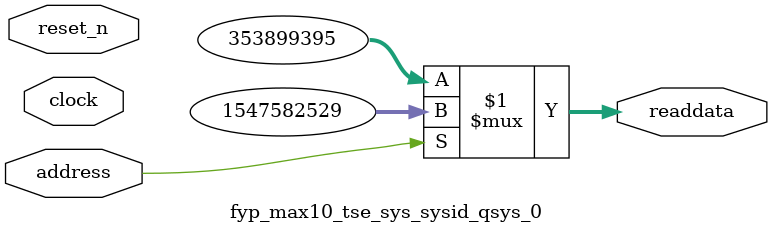
<source format=v>



// synthesis translate_off
`timescale 1ns / 1ps
// synthesis translate_on

// turn off superfluous verilog processor warnings 
// altera message_level Level1 
// altera message_off 10034 10035 10036 10037 10230 10240 10030 

module fyp_max10_tse_sys_sysid_qsys_0 (
               // inputs:
                address,
                clock,
                reset_n,

               // outputs:
                readdata
             )
;

  output  [ 31: 0] readdata;
  input            address;
  input            clock;
  input            reset_n;

  wire    [ 31: 0] readdata;
  //control_slave, which is an e_avalon_slave
  assign readdata = address ? 1547582529 : 353899395;

endmodule



</source>
